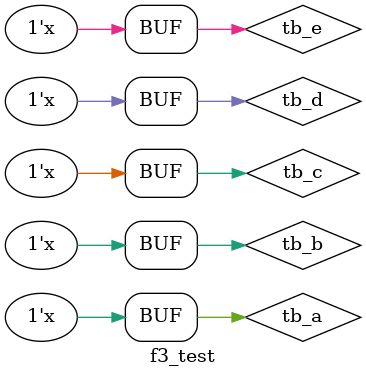
<source format=v>
module f3_test;
	reg tb_a, tb_b, tb_c, tb_d, tb_e;
	wire out;

	f3 test (.a(tb_a), .b(tb_b), .c(tb_c), .d(tb_d), .e(tb_e), .out(tb_out));

	initial begin
		tb_a = 0;
		tb_b = 0;
		tb_c = 0;
		tb_d = 0;
		tb_e = 0;
	end
	
	always #1 tb_a = ~tb_a;
	always #2 tb_b = ~tb_b;
	always #4 tb_c = ~tb_c;
	always #8 tb_d = ~tb_d;
	always #16 tb_e = ~tb_e;
	
endmodule


</source>
